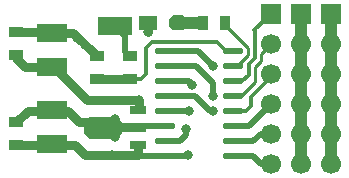
<source format=gtl>
G04*
G04 #@! TF.GenerationSoftware,Altium Limited,Altium Designer,22.2.1 (43)*
G04*
G04 Layer_Physical_Order=1*
G04 Layer_Color=204*
%FSTAX25Y25*%
%MOIN*%
G70*
G04*
G04 #@! TF.SameCoordinates,CAACB314-B994-4A0E-AD61-3740CE87C19C*
G04*
G04*
G04 #@! TF.FilePolarity,Positive*
G04*
G01*
G75*
%ADD10C,0.01968*%
%ADD14C,0.01000*%
%ADD17R,0.10000X0.06000*%
%ADD18O,0.07087X0.02165*%
%ADD19R,0.11811X0.05906*%
%ADD20R,0.05512X0.02559*%
%ADD21R,0.08268X0.02559*%
G04:AMPARAMS|DCode=22|XSize=74.8mil|YSize=125.98mil|CornerRadius=0mil|HoleSize=0mil|Usage=FLASHONLY|Rotation=270.000|XOffset=0mil|YOffset=0mil|HoleType=Round|Shape=Octagon|*
%AMOCTAGOND22*
4,1,8,0.06299,0.01870,0.06299,-0.01870,0.04429,-0.03740,-0.04429,-0.03740,-0.06299,-0.01870,-0.06299,0.01870,-0.04429,0.03740,0.04429,0.03740,0.06299,0.01870,0.0*
%
%ADD22OCTAGOND22*%

%ADD23R,0.05000X0.03500*%
%ADD24R,0.03500X0.05000*%
G04:AMPARAMS|DCode=25|XSize=60mil|YSize=50mil|CornerRadius=0mil|HoleSize=0mil|Usage=FLASHONLY|Rotation=0.000|XOffset=0mil|YOffset=0mil|HoleType=Round|Shape=Octagon|*
%AMOCTAGOND25*
4,1,8,0.03000,-0.01250,0.03000,0.01250,0.01750,0.02500,-0.01750,0.02500,-0.03000,0.01250,-0.03000,-0.01250,-0.01750,-0.02500,0.01750,-0.02500,0.03000,-0.01250,0.0*
%
%ADD25OCTAGOND25*%

%ADD26R,0.06000X0.05000*%
%ADD39C,0.03150*%
%ADD40C,0.02165*%
%ADD41C,0.01181*%
%ADD42C,0.03937*%
%ADD43R,0.06693X0.06693*%
%ADD44C,0.06693*%
%ADD45C,0.03150*%
D10*
X00345Y-00385D02*
X0051D01*
X0034Y-0039D02*
X00345Y-00385D01*
X00627Y-00235D02*
X00638Y-00246D01*
X00696Y-00335D02*
X0070673D01*
X00646Y-00285D02*
X00696Y-00335D01*
X0054847Y-00285D02*
X00646D01*
X0070673D02*
Y-0024073D01*
X00651Y-00185D02*
X0070673Y-0024073D01*
X0054847Y-00185D02*
X00651D01*
X0059673Y-00435D02*
X0061673Y-00415D01*
Y-00395D01*
X0038Y-0005D02*
X00415Y-00085D01*
Y-001376D02*
Y-00085D01*
Y-001376D02*
X0043Y-0015259D01*
X0062Y-00485D02*
X00625Y-0048D01*
X0086673Y-0051D02*
X009D01*
X0084173Y-00485D02*
X0086673Y-0051D01*
X00775Y-00485D02*
X0084173D01*
X00775Y-00435D02*
X0084173D01*
X0086673Y-0041D01*
X009D01*
X00775Y-00385D02*
X0082673D01*
X0051D02*
X0054847D01*
Y-00435D02*
X0059673D01*
X0054847Y-00335D02*
X0062673D01*
X0054847Y-00235D02*
X00627D01*
X0054847Y-00135D02*
X0065673D01*
X009Y-0031173D02*
Y-0031D01*
X0082673Y-00385D02*
X009Y-0031173D01*
X0065673Y-00135D02*
X0070673Y-00185D01*
X0038Y-0005D02*
X0039999D01*
D14*
X0086724Y-0014276D02*
X009Y-0011D01*
X0086724Y-0016689D02*
Y-0014276D01*
X007474Y-0004627D02*
Y-0004D01*
X00775Y-00185D02*
X0078656D01*
X0082543Y-0014613D01*
Y-001243D01*
X007474Y-0004627D02*
X0082543Y-001243D01*
X0084724Y-0018689D02*
X0086724Y-0016689D01*
X0084724Y-0023759D02*
Y-0018689D01*
X0079983Y-00285D02*
X0084724Y-0023759D01*
X0075673Y-00185D02*
X00775D01*
Y-00285D02*
X0079983D01*
D17*
X0017Y-0033091D02*
D03*
Y-0044509D02*
D03*
Y-0018909D02*
D03*
Y-0007491D02*
D03*
D18*
X0054847Y-00135D02*
D03*
Y-00185D02*
D03*
Y-00235D02*
D03*
Y-00285D02*
D03*
Y-00335D02*
D03*
Y-00385D02*
D03*
Y-00435D02*
D03*
Y-00485D02*
D03*
X00775Y-00135D02*
D03*
Y-00185D02*
D03*
Y-00235D02*
D03*
Y-00285D02*
D03*
Y-00335D02*
D03*
Y-00385D02*
D03*
Y-00435D02*
D03*
Y-00485D02*
D03*
D19*
X0038Y-0005D02*
D03*
D20*
X0045687Y-0044905D02*
D03*
Y-0033094D02*
D03*
D21*
X00444Y-0039D02*
D03*
D22*
X0034D02*
D03*
D23*
X0005Y-000726D02*
D03*
Y-001474D02*
D03*
X0005Y-004474D02*
D03*
Y-003726D02*
D03*
X0043Y-002274D02*
D03*
Y-0015259D02*
D03*
X0032Y-001526D02*
D03*
Y-002274D02*
D03*
D24*
X006726Y-0004D02*
D03*
X007474D02*
D03*
D25*
X0059Y-0004D02*
D03*
D26*
X0049D02*
D03*
D39*
X0008968Y-0033291D02*
X0022291D01*
X0007969Y-0018709D02*
X0017D01*
X0024032Y-0007291D02*
X0032Y-001526D01*
X0017Y-0007291D02*
X0024032D01*
X0017Y-0044709D02*
X0024709D01*
X0046Y-0032781D02*
Y-00297D01*
X00287D02*
X0046D01*
X0017709Y-0018709D02*
X00287Y-00297D01*
X00457Y-0048D02*
Y-00458D01*
X0037Y-0048D02*
X00457D01*
X0024709Y-0044709D02*
X0028Y-0048D01*
X0037D01*
X0049Y-0007D02*
Y-0004D01*
X0031Y-0037D02*
X0033Y-0039D01*
X0026Y-0037D02*
X0031D01*
X0022291Y-0033291D02*
X0026Y-0037D01*
X0033Y-0039D02*
X0034D01*
X0042999Y-002274D02*
X0043Y-002274D01*
X0032Y-002274D02*
X0042999D01*
X0005Y-000726D02*
X0016969D01*
X0005Y-0015741D02*
Y-001474D01*
Y-0015741D02*
X0007969Y-0018709D01*
X0016969Y-004474D02*
X0017Y-0044709D01*
X0005Y-004474D02*
X0016969D01*
X0005Y-003726D02*
X0008968Y-0033291D01*
D40*
X00375Y-00485D02*
X0054847D01*
X0062D01*
X0037Y-0048D02*
X00375Y-00485D01*
D41*
X00505Y-00105D02*
X0072D01*
X00485Y-00125D02*
X00505Y-00105D01*
X00485Y-0021D02*
Y-00125D01*
X004676Y-002274D02*
X00485Y-0021D01*
X00845Y-00065D02*
X0084634Y-0006634D01*
Y-0015823D02*
Y-0006634D01*
X00845Y-00065D02*
X009Y-0001D01*
X0082634Y-0017823D02*
X0084634Y-0015823D01*
X0082634Y-0021366D02*
Y-0017823D01*
X00805Y-00235D02*
X0082634Y-0021366D01*
X0072Y-00105D02*
X0075Y-00135D01*
X00775D01*
X00835Y-0028673D02*
X009Y-0022173D01*
X00835Y-0031673D02*
Y-0028673D01*
X0081673Y-00335D02*
X00835Y-0031673D01*
X00775Y-00235D02*
X00805D01*
X0043Y-002274D02*
X004676D01*
X009Y-0022173D02*
Y-0021D01*
X0078327Y-00335D02*
X0081673D01*
X009Y-0013173D02*
Y-0011D01*
D42*
X01D02*
Y-0001D01*
Y-0021D02*
Y-0011D01*
Y-0031D02*
Y-0021D01*
Y-0041D02*
Y-0031D01*
Y-0051D02*
Y-0041D01*
X011Y-0011D02*
Y-0001D01*
Y-0021D02*
Y-0011D01*
Y-0031D02*
Y-0021D01*
Y-0041D02*
Y-0031D01*
Y-0051D02*
Y-0041D01*
X0059Y-0004D02*
X00664D01*
D43*
X011Y-0001D02*
D03*
X01D02*
D03*
X009D02*
D03*
D44*
X011Y-0011D02*
D03*
Y-0021D02*
D03*
Y-0031D02*
D03*
Y-0041D02*
D03*
Y-0051D02*
D03*
X01Y-0011D02*
D03*
Y-0021D02*
D03*
Y-0031D02*
D03*
Y-0041D02*
D03*
Y-0051D02*
D03*
X009Y-0011D02*
D03*
Y-0021D02*
D03*
Y-0031D02*
D03*
Y-0041D02*
D03*
Y-0051D02*
D03*
D45*
X0037Y-0048D02*
D03*
X00255Y-0009D02*
D03*
X00638Y-00246D02*
D03*
X0046Y-00297D02*
D03*
X0035Y-0039D02*
D03*
X0028Y-00115D02*
D03*
X0038Y-0036D02*
D03*
X00625Y-0048D02*
D03*
X0049Y-0007D02*
D03*
X0038Y-0042D02*
D03*
X0070673Y-00185D02*
D03*
Y-00285D02*
D03*
X0062673Y-00335D02*
D03*
X0070673D02*
D03*
X0061673Y-00395D02*
D03*
M02*

</source>
